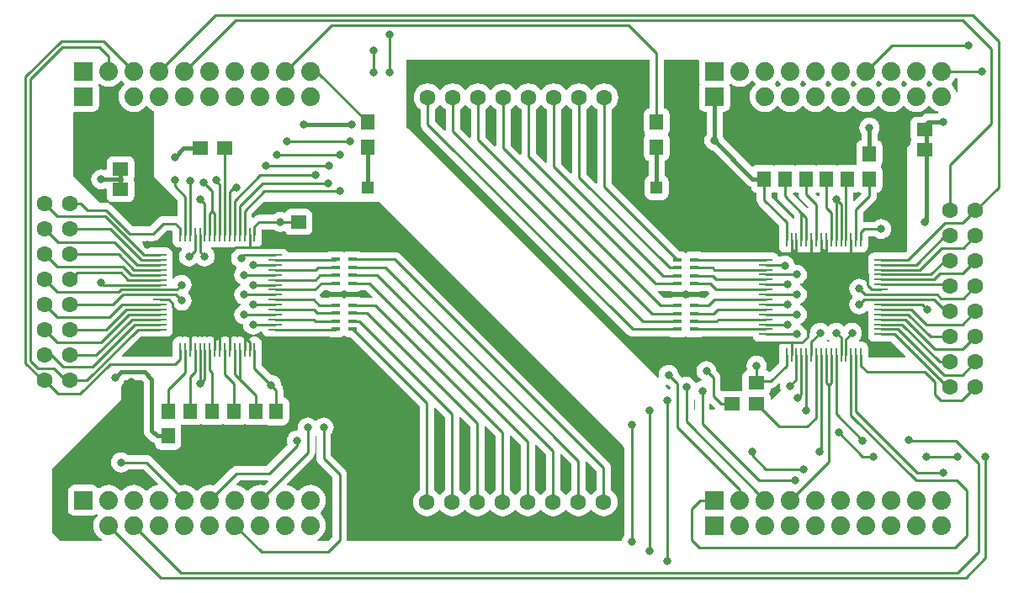
<source format=gtl>
G04 Layer_Physical_Order=1*
G04 Layer_Color=255*
%FSLAX44Y44*%
%MOMM*%
G71*
G01*
G75*
%ADD10R,1.4000X1.6000*%
%ADD11R,1.6000X1.4000*%
%ADD12R,1.4000X0.2500*%
%ADD13R,0.2500X1.4000*%
%ADD14R,0.9000X0.4500*%
%ADD15R,1.2192X1.2192*%
%ADD16C,0.4000*%
%ADD17C,0.2500*%
%ADD18C,0.2540*%
%ADD19R,1.8796X1.8796*%
%ADD20C,1.8796*%
%ADD21C,1.6000*%
%ADD22C,0.8000*%
G36*
X656706Y204952D02*
X658688Y202971D01*
Y200972D01*
X657514Y200486D01*
X653916Y204084D01*
X654240Y204888D01*
X654561Y205235D01*
X656706Y204952D01*
D02*
G37*
G36*
X818135Y250671D02*
X818368Y250368D01*
X819034Y249857D01*
X818704Y248509D01*
X818000Y248369D01*
X816750Y248618D01*
X816437D01*
X816058Y249736D01*
X816573Y250323D01*
X816632Y250368D01*
X816765Y250541D01*
X816880Y250671D01*
X818135D01*
D02*
G37*
G36*
X703888Y181770D02*
X703362Y180500D01*
X698313D01*
Y185687D01*
X699486Y186173D01*
X703888Y181770D01*
D02*
G37*
G36*
X769183Y206045D02*
X768914Y204000D01*
X769257Y201390D01*
X770028Y199528D01*
X760791Y190291D01*
X759617Y190777D01*
Y193000D01*
X759152Y195341D01*
X758378Y196500D01*
X759152Y197659D01*
X759617Y200000D01*
Y200553D01*
X760000Y201687D01*
X761893Y201937D01*
X763656Y202667D01*
X765171Y203829D01*
X767980Y206639D01*
X769183Y206045D01*
D02*
G37*
G36*
X676159Y299098D02*
X678500Y298633D01*
X687500D01*
X689841Y299098D01*
X690723Y299688D01*
X695971D01*
X697920Y297738D01*
X697831Y296205D01*
X697760Y296102D01*
X693971Y292313D01*
X690723D01*
X689841Y292902D01*
X687500Y293368D01*
X678500D01*
X676159Y292902D01*
X674500Y291793D01*
X672841Y292902D01*
X670500Y293368D01*
X661500D01*
X659159Y292902D01*
X658277Y292313D01*
X652029D01*
X645827Y298514D01*
X646313Y299688D01*
X658277D01*
X659159Y299098D01*
X661500Y298633D01*
X670500D01*
X672841Y299098D01*
X674500Y300207D01*
X676159Y299098D01*
D02*
G37*
G36*
X764659Y398848D02*
X766687Y398445D01*
Y395000D01*
X766687Y395000D01*
X766936Y393107D01*
X767667Y391344D01*
X768829Y389829D01*
X783187Y375471D01*
Y372205D01*
X781917Y371952D01*
X781833Y372156D01*
X780671Y373671D01*
X780671Y373671D01*
X760312Y394029D01*
Y398445D01*
X762341Y398848D01*
X763500Y399622D01*
X764659Y398848D01*
D02*
G37*
G36*
X785659D02*
X787687Y398445D01*
Y397000D01*
X787687Y397000D01*
X787936Y395107D01*
X788667Y393344D01*
X789829Y391829D01*
X797681Y383978D01*
X797609Y383528D01*
X796254Y383087D01*
X795671Y383671D01*
X795671Y383671D01*
X782046Y397296D01*
X782464Y398674D01*
X783341Y398848D01*
X784500Y399622D01*
X785659Y398848D01*
D02*
G37*
G36*
X332459Y299398D02*
X334800Y298932D01*
X343800D01*
X346141Y299398D01*
X347023Y299988D01*
X352671D01*
X358873Y293786D01*
X358387Y292613D01*
X347023D01*
X346141Y293202D01*
X343800Y293668D01*
X334800D01*
X332459Y293202D01*
X330800Y292093D01*
X329141Y293202D01*
X326800Y293668D01*
X317800D01*
X315459Y293202D01*
X314577Y292613D01*
X308329D01*
X305930Y295011D01*
X305971Y295629D01*
X310329Y299988D01*
X314577D01*
X315459Y299398D01*
X317800Y298932D01*
X326800D01*
X329141Y299398D01*
X330800Y300507D01*
X332459Y299398D01*
D02*
G37*
G36*
X612687Y142313D02*
Y53897D01*
X611265Y52043D01*
X610257Y49611D01*
X610045Y48000D01*
X334144D01*
X333307Y48955D01*
X333312Y49000D01*
Y115000D01*
X333313Y115000D01*
X333063Y116893D01*
X332333Y118656D01*
X331171Y120171D01*
X331171Y120171D01*
X317313Y134029D01*
Y155103D01*
X318735Y156957D01*
X319743Y159389D01*
X320086Y162000D01*
X319743Y164611D01*
X318735Y167043D01*
X317132Y169132D01*
X315043Y170735D01*
X312610Y171743D01*
X310000Y172086D01*
X307390Y171743D01*
X304957Y170735D01*
X302868Y169132D01*
X302635Y168829D01*
X301365D01*
X301132Y169132D01*
X299043Y170735D01*
X296611Y171743D01*
X294000Y172086D01*
X291390Y171743D01*
X288957Y170735D01*
X286868Y169132D01*
X285265Y167043D01*
X284257Y164611D01*
X283914Y162000D01*
X284149Y160216D01*
X283084Y159075D01*
X283000Y159086D01*
X280389Y158743D01*
X277957Y157735D01*
X275868Y156132D01*
X274265Y154043D01*
X273257Y151610D01*
X272914Y149000D01*
X273257Y146390D01*
X273782Y145123D01*
X251971Y123313D01*
X222300D01*
X220407Y123063D01*
X218644Y122333D01*
X217129Y121171D01*
X217129Y121171D01*
X199611Y103653D01*
X198218Y104075D01*
X195200Y104373D01*
X192181Y104075D01*
X189279Y103195D01*
X186604Y101765D01*
X184259Y99841D01*
X183135Y98471D01*
X181865D01*
X180741Y99841D01*
X178396Y101765D01*
X175721Y103195D01*
X172819Y104075D01*
X169800Y104373D01*
X166782Y104075D01*
X165389Y103653D01*
X136871Y132171D01*
X135356Y133333D01*
X133593Y134063D01*
X131700Y134313D01*
X131700Y134312D01*
X112897D01*
X111043Y135735D01*
X108610Y136743D01*
X106000Y137086D01*
X103390Y136743D01*
X100957Y135735D01*
X98868Y134132D01*
X97265Y132043D01*
X96257Y129611D01*
X95914Y127000D01*
X96257Y124389D01*
X97265Y121957D01*
X98868Y119868D01*
X100957Y118265D01*
X103390Y117257D01*
X106000Y116914D01*
X108610Y117257D01*
X111043Y118265D01*
X112897Y119688D01*
X128671D01*
X142973Y105386D01*
X142545Y104190D01*
X141382Y104075D01*
X138479Y103195D01*
X135804Y101765D01*
X133459Y99841D01*
X132335Y98471D01*
X131065D01*
X129941Y99841D01*
X127596Y101765D01*
X124921Y103195D01*
X122018Y104075D01*
X119000Y104373D01*
X115982Y104075D01*
X113079Y103195D01*
X110404Y101765D01*
X108059Y99841D01*
X106935Y98471D01*
X105665D01*
X104541Y99841D01*
X102196Y101765D01*
X99521Y103195D01*
X96618Y104075D01*
X93600Y104373D01*
X90582Y104075D01*
X87679Y103195D01*
X85004Y101765D01*
X84332Y101213D01*
X82676Y101498D01*
X81924Y102624D01*
X79939Y103950D01*
X77598Y104416D01*
X58802D01*
X56461Y103950D01*
X54476Y102624D01*
X53150Y100639D01*
X52684Y98298D01*
Y79502D01*
X53150Y77161D01*
X54476Y75176D01*
X56461Y73850D01*
X58802Y73384D01*
X77598D01*
X79939Y73850D01*
X81251Y74727D01*
X82114Y73776D01*
X80735Y72096D01*
X79305Y69421D01*
X78425Y66519D01*
X78127Y63500D01*
X78425Y60482D01*
X79305Y57579D01*
X80735Y54904D01*
X82659Y52559D01*
X85004Y50635D01*
X86547Y49810D01*
X87044Y48142D01*
X86966Y48000D01*
X45000D01*
X37000Y56000D01*
Y121000D01*
X106000Y190000D01*
Y203999D01*
X107132Y204868D01*
X108735Y206957D01*
X109743Y209389D01*
X109814Y209931D01*
X126658D01*
X128931Y207658D01*
Y159000D01*
X129206Y156912D01*
X130012Y154965D01*
X131294Y153294D01*
X136494Y148094D01*
X138166Y146812D01*
X140098Y146012D01*
Y145800D01*
X140563Y143459D01*
X141889Y141474D01*
X143874Y140148D01*
X146215Y139683D01*
X160215D01*
X162556Y140148D01*
X164541Y141474D01*
X165867Y143459D01*
X166332Y145800D01*
Y161800D01*
X165924Y163852D01*
X166481Y164658D01*
X166845Y164963D01*
X168258Y164683D01*
X182257D01*
X184599Y165148D01*
X186279Y166271D01*
X187959Y165148D01*
X190300Y164683D01*
X204300D01*
X206641Y165148D01*
X208321Y166271D01*
X210001Y165148D01*
X212342Y164683D01*
X226343D01*
X228684Y165148D01*
X230364Y166271D01*
X232044Y165148D01*
X234385Y164683D01*
X248385D01*
X250726Y165148D01*
X251468Y165644D01*
X252659Y164848D01*
X255000Y164382D01*
X269000D01*
X271341Y164848D01*
X273326Y166174D01*
X274652Y168159D01*
X275117Y170500D01*
Y186500D01*
X274652Y188841D01*
X273326Y190826D01*
X271341Y192152D01*
X269312Y192555D01*
Y200000D01*
X269063Y201893D01*
X268333Y203656D01*
X267171Y205171D01*
X267171Y205171D01*
X267048Y205294D01*
X266743Y207610D01*
X265735Y210043D01*
X264132Y212132D01*
X262043Y213735D01*
X259611Y214743D01*
X257294Y215048D01*
X247612Y224729D01*
Y233024D01*
X247667Y233300D01*
Y247300D01*
X247202Y249641D01*
X245876Y251626D01*
X243891Y252952D01*
X241550Y253418D01*
X239050D01*
X236709Y252952D01*
X234724Y251626D01*
X233474Y249755D01*
X232800Y249695D01*
X232126Y249755D01*
X230876Y251626D01*
X228891Y252952D01*
X226550Y253418D01*
X224050D01*
X222800Y253169D01*
X221550Y253418D01*
X219050D01*
X216709Y252952D01*
X215300Y252010D01*
X213891Y252952D01*
X211550Y253418D01*
X209050D01*
X206709Y252952D01*
X204724Y251626D01*
X203474Y249755D01*
X202800Y249695D01*
X202126Y249755D01*
X200876Y251626D01*
X198891Y252952D01*
X196550Y253418D01*
X194050D01*
X192800Y253169D01*
X191550Y253418D01*
X189050D01*
X187800Y253169D01*
X186550Y253418D01*
X184050D01*
X182800Y253169D01*
X181550Y253418D01*
X179050D01*
X176709Y252952D01*
X175300Y252010D01*
X173891Y252952D01*
X171550Y253418D01*
X169050D01*
X167800Y253169D01*
X166550Y253418D01*
X164050D01*
X161709Y252952D01*
X159724Y251626D01*
X158398Y249641D01*
X157933Y247300D01*
Y233835D01*
X157410Y233312D01*
X107379D01*
X106853Y234583D01*
X125758Y253487D01*
X137524D01*
X137800Y253433D01*
X151800D01*
X154141Y253898D01*
X156126Y255224D01*
X157452Y257209D01*
X157918Y259550D01*
Y262050D01*
X157669Y263300D01*
X157918Y264550D01*
Y267050D01*
X157669Y268300D01*
X157918Y269550D01*
Y272050D01*
X157669Y273300D01*
X157918Y274550D01*
Y277050D01*
X157669Y278300D01*
X157918Y279550D01*
Y282050D01*
X157909Y282094D01*
X158191Y282506D01*
X159573Y282658D01*
X159781Y282581D01*
X161757Y281065D01*
X164189Y280057D01*
X166800Y279714D01*
X169410Y280057D01*
X171843Y281065D01*
X173932Y282668D01*
X175535Y284757D01*
X176542Y287189D01*
X176886Y289800D01*
X176542Y292410D01*
X175535Y294843D01*
X173932Y296932D01*
X173628Y297165D01*
Y298435D01*
X173932Y298668D01*
X175535Y300757D01*
X176542Y303189D01*
X176886Y305800D01*
X176542Y308410D01*
X175535Y310843D01*
X173932Y312932D01*
X171843Y314535D01*
X169410Y315543D01*
X166800Y315886D01*
X164189Y315543D01*
X161757Y314535D01*
X159668Y312932D01*
X159157Y312266D01*
X157809Y312596D01*
X157669Y313300D01*
X157918Y314550D01*
Y317050D01*
X157669Y318300D01*
X157918Y319550D01*
Y322050D01*
X157669Y323300D01*
X157918Y324550D01*
Y327050D01*
X157669Y328300D01*
X157918Y329550D01*
Y332050D01*
X157669Y333300D01*
X157918Y334550D01*
Y337050D01*
X157452Y339391D01*
X156126Y341376D01*
X154141Y342702D01*
X151800Y343167D01*
X137800D01*
X137524Y343112D01*
X132158D01*
X126756Y348514D01*
X127242Y349688D01*
X138000D01*
X138000Y349687D01*
X139893Y349937D01*
X141656Y350667D01*
X143171Y351829D01*
X151655Y360313D01*
X157346D01*
X157933Y359726D01*
Y349300D01*
X158398Y346959D01*
X159724Y344974D01*
X161709Y343648D01*
X164050Y343182D01*
X166550D01*
X166594Y343191D01*
X167006Y342909D01*
X167158Y341526D01*
X167082Y341320D01*
X165565Y339343D01*
X164557Y336911D01*
X164214Y334300D01*
X164557Y331689D01*
X165565Y329257D01*
X167168Y327168D01*
X169257Y325565D01*
X171689Y324557D01*
X174300Y324214D01*
X176910Y324557D01*
X179343Y325565D01*
X181432Y327168D01*
X181665Y327472D01*
X182935D01*
X183168Y327168D01*
X185257Y325565D01*
X187689Y324557D01*
X190300Y324214D01*
X192910Y324557D01*
X195343Y325565D01*
X197432Y327168D01*
X199035Y329257D01*
X200043Y331689D01*
X200386Y334300D01*
X200043Y336911D01*
X199035Y339343D01*
X197432Y341432D01*
X196766Y341943D01*
X197096Y343291D01*
X197800Y343431D01*
X199050Y343182D01*
X201550D01*
X202800Y343431D01*
X204050Y343182D01*
X206550D01*
X207800Y343431D01*
X209050Y343182D01*
X211550D01*
X212800Y343431D01*
X214050Y343182D01*
X216550D01*
X217800Y343431D01*
X219050Y343182D01*
X221550D01*
X221689Y343210D01*
X221974Y342999D01*
X221798Y341552D01*
X221757Y341535D01*
X219668Y339932D01*
X218065Y337843D01*
X217057Y335410D01*
X216714Y332800D01*
X217057Y330189D01*
X218065Y327757D01*
X219668Y325668D01*
X221757Y324065D01*
X222064Y323938D01*
X222307Y322462D01*
X221065Y320843D01*
X220058Y318410D01*
X219714Y315800D01*
X220058Y313189D01*
X221065Y310757D01*
X222668Y308668D01*
X224757Y307065D01*
X226152Y306487D01*
Y305113D01*
X224757Y304535D01*
X222668Y302932D01*
X221065Y300843D01*
X220058Y298410D01*
X219714Y295800D01*
X220058Y293189D01*
X221065Y290757D01*
X222668Y288668D01*
X224757Y287065D01*
X226152Y286487D01*
Y285113D01*
X224757Y284535D01*
X222668Y282932D01*
X221065Y280843D01*
X220058Y278410D01*
X219714Y275800D01*
X220058Y273190D01*
X221065Y270757D01*
X222668Y268668D01*
X224757Y267065D01*
X227190Y266057D01*
X228721Y265856D01*
X228714Y265800D01*
X229058Y263190D01*
X230065Y260757D01*
X231668Y258668D01*
X233757Y257065D01*
X236189Y256057D01*
X238800Y255714D01*
X241411Y256057D01*
X243843Y257065D01*
X245697Y258487D01*
X247894D01*
X248148Y257209D01*
X249474Y255224D01*
X251459Y253898D01*
X253800Y253433D01*
X267800D01*
X268076Y253487D01*
X315325D01*
X315459Y253398D01*
X317800Y252932D01*
X326800D01*
X329141Y253398D01*
X330800Y254507D01*
X332459Y253398D01*
X334800Y252932D01*
X337326D01*
X406488Y183771D01*
Y99036D01*
X403815Y96985D01*
X401571Y94060D01*
X400160Y90655D01*
X399679Y87000D01*
X400160Y83345D01*
X401571Y79940D01*
X403815Y77015D01*
X406740Y74771D01*
X410145Y73360D01*
X413800Y72879D01*
X417455Y73360D01*
X420860Y74771D01*
X423785Y77015D01*
X425748Y79573D01*
X426091Y79676D01*
X426909D01*
X427252Y79573D01*
X429215Y77015D01*
X432140Y74771D01*
X435545Y73360D01*
X439200Y72879D01*
X442855Y73360D01*
X446260Y74771D01*
X449185Y77015D01*
X451148Y79573D01*
X451491Y79676D01*
X452309D01*
X452652Y79573D01*
X454615Y77015D01*
X457540Y74771D01*
X460945Y73360D01*
X464600Y72879D01*
X468255Y73360D01*
X471660Y74771D01*
X474585Y77015D01*
X476548Y79573D01*
X476891Y79676D01*
X477709D01*
X478052Y79573D01*
X480015Y77015D01*
X482940Y74771D01*
X486345Y73360D01*
X490000Y72879D01*
X493655Y73360D01*
X497060Y74771D01*
X499985Y77015D01*
X501948Y79573D01*
X502291Y79676D01*
X503109D01*
X503452Y79573D01*
X505415Y77015D01*
X508340Y74771D01*
X511745Y73360D01*
X515400Y72879D01*
X519055Y73360D01*
X522460Y74771D01*
X525385Y77015D01*
X527348Y79573D01*
X527691Y79676D01*
X528509D01*
X528852Y79573D01*
X530815Y77015D01*
X533740Y74771D01*
X537145Y73360D01*
X540800Y72879D01*
X544455Y73360D01*
X547860Y74771D01*
X550785Y77015D01*
X552748Y79573D01*
X553091Y79676D01*
X553909D01*
X554252Y79573D01*
X556215Y77015D01*
X559140Y74771D01*
X562545Y73360D01*
X566200Y72879D01*
X569855Y73360D01*
X573260Y74771D01*
X576185Y77015D01*
X578148Y79573D01*
X578491Y79676D01*
X579309D01*
X579652Y79573D01*
X581615Y77015D01*
X584540Y74771D01*
X587945Y73360D01*
X591600Y72879D01*
X595255Y73360D01*
X598660Y74771D01*
X601585Y77015D01*
X603829Y79940D01*
X605240Y83345D01*
X605721Y87000D01*
X605240Y90655D01*
X603829Y94060D01*
X601585Y96985D01*
X598913Y99036D01*
Y121400D01*
X598913Y121400D01*
X598663Y123293D01*
X597933Y125056D01*
X596771Y126571D01*
X596771Y126571D01*
X386871Y336471D01*
X385356Y337633D01*
X383593Y338363D01*
X381700Y338613D01*
X381700Y338613D01*
X347023D01*
X346141Y339202D01*
X343800Y339668D01*
X334800D01*
X332459Y339202D01*
X330800Y338093D01*
X329141Y339202D01*
X326800Y339668D01*
X317800D01*
X315459Y339202D01*
X313829Y338112D01*
X273706D01*
X273452Y339391D01*
X272126Y341376D01*
X270141Y342702D01*
X267800Y343167D01*
X253800D01*
X253523Y343112D01*
X245375D01*
X244990Y344382D01*
X245876Y344974D01*
X247202Y346959D01*
X247667Y349300D01*
Y361326D01*
X248029Y361688D01*
X259103D01*
X260957Y360265D01*
X263389Y359257D01*
X266000Y358914D01*
X268610Y359257D01*
X270294Y359955D01*
X270848Y359659D01*
X272174Y357674D01*
X274159Y356348D01*
X276500Y355882D01*
X292500D01*
X294841Y356348D01*
X296826Y357674D01*
X298152Y359659D01*
X298617Y362000D01*
Y376000D01*
X298152Y378341D01*
X296826Y380326D01*
X294841Y381652D01*
X292500Y382118D01*
X276500D01*
X274159Y381652D01*
X272174Y380326D01*
X270848Y378341D01*
X270294Y378045D01*
X268610Y378743D01*
X266000Y379086D01*
X263389Y378743D01*
X260957Y377735D01*
X259103Y376312D01*
X245000D01*
X245000Y376313D01*
X243107Y376063D01*
X241344Y375333D01*
X239829Y374171D01*
X239829Y374171D01*
X238786Y373127D01*
X237612Y373613D01*
Y377271D01*
X249342Y389000D01*
X366000D01*
X612687Y142313D01*
D02*
G37*
G36*
X683688Y191045D02*
Y180500D01*
X682312D01*
Y190468D01*
X683583Y191120D01*
X683688Y191045D01*
D02*
G37*
G36*
X457287Y163371D02*
Y99036D01*
X454615Y96985D01*
X452652Y94426D01*
X452309Y94324D01*
X451491D01*
X451148Y94426D01*
X449185Y96985D01*
X446512Y99036D01*
Y172487D01*
X447686Y172973D01*
X457287Y163371D01*
D02*
G37*
G36*
X482687Y153971D02*
Y99036D01*
X480015Y96985D01*
X478052Y94426D01*
X477709Y94324D01*
X476891D01*
X476548Y94426D01*
X474585Y96985D01*
X471912Y99036D01*
Y163087D01*
X473086Y163573D01*
X482687Y153971D01*
D02*
G37*
G36*
X302687Y153525D02*
Y131000D01*
X302687Y131000D01*
X302937Y129107D01*
X303667Y127344D01*
X304829Y125829D01*
X318687Y111971D01*
Y52029D01*
X314659Y48000D01*
X303434D01*
X303356Y48142D01*
X303853Y49810D01*
X305396Y50635D01*
X307741Y52559D01*
X309665Y54904D01*
X311095Y57579D01*
X311975Y60482D01*
X312272Y63500D01*
X311975Y66519D01*
X311095Y69421D01*
X309665Y72096D01*
X307741Y74441D01*
X306371Y75565D01*
Y76835D01*
X307741Y77959D01*
X309665Y80304D01*
X311095Y82979D01*
X311975Y85882D01*
X312272Y88900D01*
X311975Y91918D01*
X311095Y94821D01*
X309665Y97496D01*
X307741Y99841D01*
X305396Y101765D01*
X302721Y103195D01*
X299818Y104075D01*
X296800Y104373D01*
X293782Y104075D01*
X290879Y103195D01*
X288204Y101765D01*
X285859Y99841D01*
X284735Y98471D01*
X283465D01*
X282341Y99841D01*
X279996Y101765D01*
X277321Y103195D01*
X274419Y104075D01*
X273255Y104190D01*
X272827Y105386D01*
X299171Y131729D01*
X299171Y131729D01*
X300333Y133244D01*
X301063Y135007D01*
X301313Y136900D01*
X301313Y136900D01*
Y153525D01*
X302000Y153922D01*
X302687Y153525D01*
D02*
G37*
G36*
X431888Y172771D02*
Y99036D01*
X429215Y96985D01*
X427252Y94426D01*
X426909Y94324D01*
X426091D01*
X425748Y94426D01*
X423785Y96985D01*
X421113Y99036D01*
Y181887D01*
X422286Y182373D01*
X431888Y172771D01*
D02*
G37*
G36*
X508088Y144571D02*
Y99036D01*
X505415Y96985D01*
X503452Y94426D01*
X503109Y94324D01*
X502291D01*
X501948Y94426D01*
X499985Y96985D01*
X497313Y99036D01*
Y153687D01*
X498486Y154173D01*
X508088Y144571D01*
D02*
G37*
G36*
X584287Y118371D02*
Y99036D01*
X581615Y96985D01*
X579652Y94426D01*
X579309Y94324D01*
X578491D01*
X578148Y94426D01*
X576185Y96985D01*
X573512Y99036D01*
Y127350D01*
X574782Y127876D01*
X584287Y118371D01*
D02*
G37*
G36*
X254176Y107417D02*
X250411Y103653D01*
X249018Y104075D01*
X246000Y104373D01*
X242981Y104075D01*
X240079Y103195D01*
X237404Y101765D01*
X235059Y99841D01*
X233935Y98471D01*
X232665D01*
X231541Y99841D01*
X229196Y101765D01*
X226521Y103195D01*
X223619Y104075D01*
X222455Y104190D01*
X222027Y105386D01*
X225329Y108687D01*
X253650D01*
X254176Y107417D01*
D02*
G37*
G36*
X533488Y135171D02*
Y99036D01*
X530815Y96985D01*
X528852Y94426D01*
X528509Y94324D01*
X527691D01*
X527348Y94426D01*
X525385Y96985D01*
X522713Y99036D01*
Y144287D01*
X523886Y144773D01*
X533488Y135171D01*
D02*
G37*
G36*
X558887Y125771D02*
Y99036D01*
X556215Y96985D01*
X554252Y94426D01*
X553909Y94324D01*
X553091D01*
X552748Y94426D01*
X550785Y96985D01*
X548112Y99036D01*
Y134887D01*
X549286Y135373D01*
X558887Y125771D01*
D02*
G37*
G36*
X849659Y398848D02*
X850536Y398674D01*
X850954Y397296D01*
X843986Y390327D01*
X842812Y390813D01*
Y398382D01*
X844000D01*
X846341Y398848D01*
X848000Y399957D01*
X849659Y398848D01*
D02*
G37*
G36*
X793859Y509759D02*
X795229Y508635D01*
Y507365D01*
X793859Y506241D01*
X792735Y504871D01*
X791465D01*
X790341Y506241D01*
X788971Y507365D01*
Y508635D01*
X790341Y509759D01*
X791465Y511129D01*
X792735D01*
X793859Y509759D01*
D02*
G37*
G36*
X819259D02*
X820629Y508635D01*
Y507365D01*
X819259Y506241D01*
X818135Y504871D01*
X816865D01*
X815741Y506241D01*
X814371Y507365D01*
Y508635D01*
X815741Y509759D01*
X816865Y511129D01*
X818135D01*
X819259Y509759D01*
D02*
G37*
G36*
X948000Y499315D02*
X946730Y499127D01*
X946095Y501221D01*
X944665Y503896D01*
X942741Y506241D01*
X941371Y507365D01*
Y508635D01*
X942741Y509759D01*
X944665Y512104D01*
X945351Y513387D01*
X948000D01*
Y499315D01*
D02*
G37*
G36*
X768459Y509759D02*
X769829Y508635D01*
Y507365D01*
X768459Y506241D01*
X767335Y504871D01*
X766065D01*
X764941Y506241D01*
X763571Y507365D01*
Y508635D01*
X764941Y509759D01*
X766065Y511129D01*
X767335D01*
X768459Y509759D01*
D02*
G37*
G36*
X844659D02*
X846029Y508635D01*
Y507365D01*
X844659Y506241D01*
X843535Y504871D01*
X842265D01*
X841141Y506241D01*
X839771Y507365D01*
Y508635D01*
X841141Y509759D01*
X842265Y511129D01*
X843535D01*
X844659Y509759D01*
D02*
G37*
G36*
X920859D02*
X922229Y508635D01*
Y507365D01*
X920859Y506241D01*
X919735Y504871D01*
X918465D01*
X917341Y506241D01*
X915971Y507365D01*
Y508635D01*
X917341Y509759D01*
X918465Y511129D01*
X919735D01*
X920859Y509759D01*
D02*
G37*
G36*
X108059D02*
X109429Y508635D01*
Y507365D01*
X108059Y506241D01*
X106135Y503896D01*
X104705Y501221D01*
X103825Y498318D01*
X103527Y495300D01*
X103825Y492281D01*
X104705Y489379D01*
X106135Y486704D01*
X108059Y484359D01*
X110404Y482435D01*
X113079Y481005D01*
X115982Y480125D01*
X119000Y479827D01*
X122018Y480125D01*
X124921Y481005D01*
X127596Y482435D01*
X129941Y484359D01*
X131065Y485729D01*
X132335D01*
X133459Y484359D01*
X135804Y482435D01*
X138479Y481005D01*
X139000Y480847D01*
Y415000D01*
X162987Y391012D01*
Y375628D01*
X162717Y375366D01*
X161717Y374761D01*
X160374Y374938D01*
X160374Y374938D01*
X148626D01*
X148626Y374938D01*
X146733Y374689D01*
X144969Y373958D01*
X143455Y372796D01*
X143455Y372796D01*
X134971Y364313D01*
X118029D01*
X96171Y386171D01*
X94656Y387333D01*
X92893Y388063D01*
X91000Y388313D01*
X91000Y388312D01*
X84688D01*
X58000Y415000D01*
Y479126D01*
X58802Y479785D01*
X77598D01*
X79939Y480250D01*
X81924Y481576D01*
X83250Y483561D01*
X83715Y485902D01*
Y504698D01*
X83274Y506917D01*
X83284Y507104D01*
X83484Y507483D01*
X84985Y507831D01*
X85055Y507808D01*
X87679Y506405D01*
X90582Y505525D01*
X93600Y505228D01*
X96618Y505525D01*
X99521Y506405D01*
X102196Y507835D01*
X104541Y509759D01*
X105665Y511129D01*
X106935D01*
X108059Y509759D01*
D02*
G37*
G36*
X870059D02*
X871429Y508635D01*
Y507365D01*
X870059Y506241D01*
X868935Y504871D01*
X867665D01*
X866541Y506241D01*
X865171Y507365D01*
Y508635D01*
X866541Y509759D01*
X867665Y511129D01*
X868935D01*
X870059Y509759D01*
D02*
G37*
G36*
X895459D02*
X896829Y508635D01*
Y507365D01*
X895459Y506241D01*
X894335Y504871D01*
X893065D01*
X891941Y506241D01*
X890571Y507365D01*
Y508635D01*
X891941Y509759D01*
X893065Y511129D01*
X894335D01*
X895459Y509759D01*
D02*
G37*
G36*
X427952Y486874D02*
X429915Y484315D01*
X432588Y482265D01*
Y461550D01*
X431317Y461024D01*
X421813Y470529D01*
Y482265D01*
X424485Y484315D01*
X426448Y486874D01*
X426791Y486976D01*
X427609D01*
X427952Y486874D01*
D02*
G37*
G36*
X554952D02*
X556915Y484315D01*
X559588Y482265D01*
Y418413D01*
X558414Y417927D01*
X548812Y427529D01*
Y482265D01*
X551485Y484315D01*
X553448Y486874D01*
X553791Y486976D01*
X554609D01*
X554952Y486874D01*
D02*
G37*
G36*
X687868Y531018D02*
X687684Y530098D01*
Y511302D01*
X688150Y508961D01*
X688792Y508000D01*
X688150Y507039D01*
X687684Y504698D01*
Y485902D01*
X688150Y483561D01*
X689476Y481576D01*
X691461Y480250D01*
X693802Y479785D01*
X695131D01*
Y457172D01*
X694265Y456043D01*
X693257Y453610D01*
X692914Y451000D01*
X693257Y448390D01*
X694265Y445957D01*
X695868Y443868D01*
X697957Y442265D01*
X700389Y441257D01*
X701474Y441115D01*
X735794Y406794D01*
X737466Y405512D01*
X739412Y404706D01*
X739883Y404644D01*
Y404500D01*
X740348Y402159D01*
X741674Y400174D01*
X743659Y398848D01*
X745687Y398445D01*
Y391000D01*
X745687Y391000D01*
X745937Y389107D01*
X746667Y387344D01*
X747829Y385829D01*
X768187Y365471D01*
Y358776D01*
X768132Y358500D01*
Y344500D01*
X768598Y342159D01*
X769924Y340174D01*
X771909Y338848D01*
X774250Y338382D01*
X776750D01*
X779091Y338848D01*
X781076Y340174D01*
X782326Y342045D01*
X783000Y342105D01*
X783674Y342045D01*
X784924Y340174D01*
X786909Y338848D01*
X789250Y338382D01*
X791750D01*
X793000Y338631D01*
X794250Y338382D01*
X796750D01*
X799091Y338848D01*
X800500Y339790D01*
X801909Y338848D01*
X804250Y338382D01*
X806750D01*
X809091Y338848D01*
X811076Y340174D01*
X812326Y342045D01*
X813000Y342105D01*
X813674Y342045D01*
X814924Y340174D01*
X816909Y338848D01*
X819250Y338382D01*
X821750D01*
X823000Y338631D01*
X824250Y338382D01*
X826750D01*
X828000Y338631D01*
X829250Y338382D01*
X831750D01*
X833000Y338631D01*
X834250Y338382D01*
X836750D01*
X839091Y338848D01*
X840500Y339790D01*
X841909Y338848D01*
X844250Y338382D01*
X846750D01*
X848000Y338631D01*
X849250Y338382D01*
X851750D01*
X854091Y338848D01*
X856076Y340174D01*
X857402Y342159D01*
X857867Y344500D01*
Y354688D01*
X864103D01*
X865957Y353265D01*
X868390Y352257D01*
X871000Y351914D01*
X873611Y352257D01*
X876043Y353265D01*
X878132Y354868D01*
X879735Y356957D01*
X880743Y359389D01*
X881086Y362000D01*
X880743Y364610D01*
X879735Y367043D01*
X878132Y369132D01*
X876043Y370735D01*
X873611Y371743D01*
X871000Y372086D01*
X868390Y371743D01*
X865957Y370735D01*
X864103Y369313D01*
X854000D01*
X854000Y369313D01*
X853767Y369282D01*
X852812Y370119D01*
Y378471D01*
X864171Y389829D01*
X864171Y389829D01*
X865333Y391344D01*
X866063Y393107D01*
X866312Y395000D01*
Y398445D01*
X868341Y398848D01*
X870326Y400174D01*
X871652Y402159D01*
X872117Y404500D01*
Y420500D01*
X871652Y422841D01*
X870870Y424011D01*
X870407Y425000D01*
X870870Y425989D01*
X871652Y427159D01*
X872117Y429500D01*
Y445500D01*
X871652Y447841D01*
X870326Y449826D01*
X868341Y451152D01*
X867069Y451405D01*
Y458089D01*
X867735Y458957D01*
X868743Y461390D01*
X869086Y464000D01*
X868743Y466610D01*
X867735Y469043D01*
X866132Y471132D01*
X864043Y472735D01*
X861610Y473743D01*
X859000Y474086D01*
X856389Y473743D01*
X853957Y472735D01*
X851868Y471132D01*
X850265Y469043D01*
X849257Y466610D01*
X848914Y464000D01*
X849257Y461390D01*
X850265Y458957D01*
X850931Y458089D01*
Y451405D01*
X849659Y451152D01*
X847674Y449826D01*
X846348Y447841D01*
X845882Y445500D01*
Y429500D01*
X846289Y427457D01*
X845722Y426642D01*
X845364Y426346D01*
X844000Y426618D01*
X830000D01*
X827659Y426152D01*
X826500Y425378D01*
X825341Y426152D01*
X823000Y426618D01*
X809000D01*
X806659Y426152D01*
X805500Y425378D01*
X804341Y426152D01*
X802000Y426618D01*
X788000D01*
X785659Y426152D01*
X784500Y425378D01*
X783341Y426152D01*
X781000Y426618D01*
X767000D01*
X764659Y426152D01*
X763500Y425378D01*
X762341Y426152D01*
X760000Y426618D01*
X746000D01*
X743659Y426152D01*
X741674Y424826D01*
X740683Y424728D01*
X712885Y452526D01*
X712743Y453610D01*
X711735Y456043D01*
X711269Y456650D01*
Y479785D01*
X712598D01*
X714939Y480250D01*
X716924Y481576D01*
X718250Y483561D01*
X718716Y485902D01*
Y504698D01*
X718274Y506917D01*
X718284Y507104D01*
X718484Y507483D01*
X719985Y507831D01*
X720055Y507808D01*
X722679Y506405D01*
X725582Y505525D01*
X728600Y505228D01*
X731618Y505525D01*
X734521Y506405D01*
X737196Y507835D01*
X739541Y509759D01*
X740665Y511129D01*
X741935D01*
X743059Y509759D01*
X744429Y508635D01*
Y507365D01*
X743059Y506241D01*
X741135Y503896D01*
X739705Y501221D01*
X738825Y498318D01*
X738528Y495300D01*
X738825Y492281D01*
X739705Y489379D01*
X741135Y486704D01*
X743059Y484359D01*
X745404Y482435D01*
X748079Y481005D01*
X750982Y480125D01*
X754000Y479827D01*
X757019Y480125D01*
X759921Y481005D01*
X762596Y482435D01*
X764941Y484359D01*
X766065Y485729D01*
X767335D01*
X768459Y484359D01*
X770804Y482435D01*
X773479Y481005D01*
X776382Y480125D01*
X779400Y479827D01*
X782419Y480125D01*
X785321Y481005D01*
X787996Y482435D01*
X790341Y484359D01*
X791465Y485729D01*
X792735D01*
X793859Y484359D01*
X796204Y482435D01*
X798879Y481005D01*
X801781Y480125D01*
X804800Y479827D01*
X807819Y480125D01*
X810721Y481005D01*
X813396Y482435D01*
X815741Y484359D01*
X816865Y485729D01*
X818135D01*
X819259Y484359D01*
X821604Y482435D01*
X824279Y481005D01*
X827181Y480125D01*
X830200Y479827D01*
X833219Y480125D01*
X836121Y481005D01*
X838796Y482435D01*
X841141Y484359D01*
X842265Y485729D01*
X843535D01*
X844659Y484359D01*
X847004Y482435D01*
X849679Y481005D01*
X852581Y480125D01*
X855600Y479827D01*
X858618Y480125D01*
X861521Y481005D01*
X864196Y482435D01*
X866541Y484359D01*
X867665Y485729D01*
X868935D01*
X870059Y484359D01*
X872404Y482435D01*
X875079Y481005D01*
X877981Y480125D01*
X881000Y479827D01*
X884018Y480125D01*
X886921Y481005D01*
X889596Y482435D01*
X891941Y484359D01*
X893065Y485729D01*
X894335D01*
X895459Y484359D01*
X897804Y482435D01*
X900479Y481005D01*
X903382Y480125D01*
X906400Y479827D01*
X909418Y480125D01*
X912321Y481005D01*
X914996Y482435D01*
X917341Y484359D01*
X918465Y485729D01*
X919735D01*
X920859Y484359D01*
X923204Y482435D01*
X925879Y481005D01*
X928327Y480263D01*
X928393Y478916D01*
X927957Y478735D01*
X927089Y478069D01*
X918000D01*
X915912Y477794D01*
X913966Y476988D01*
X912294Y475706D01*
X911706Y475117D01*
X906500D01*
X904159Y474652D01*
X902174Y473326D01*
X900848Y471341D01*
X900383Y469000D01*
Y455000D01*
X900848Y452659D01*
X901288Y452000D01*
X900848Y451341D01*
X900383Y449000D01*
Y447383D01*
X897000Y444000D01*
Y340341D01*
X894971Y338312D01*
X878276D01*
X878000Y338367D01*
X864000D01*
X861659Y337902D01*
X859674Y336576D01*
X858348Y334591D01*
X857882Y332250D01*
Y329750D01*
X858131Y328500D01*
X857882Y327250D01*
Y324750D01*
X858131Y323500D01*
X857882Y322250D01*
Y319750D01*
X858131Y318500D01*
X857882Y317250D01*
Y314750D01*
X858131Y313500D01*
X857882Y312250D01*
Y309750D01*
X857891Y309706D01*
X857609Y309293D01*
X856227Y309142D01*
X856020Y309219D01*
X854043Y310735D01*
X851611Y311743D01*
X849000Y312086D01*
X846390Y311743D01*
X843957Y310735D01*
X841868Y309132D01*
X840265Y307043D01*
X839258Y304611D01*
X838914Y302000D01*
X839258Y299389D01*
X840265Y296957D01*
X841868Y294868D01*
X842171Y294635D01*
Y293365D01*
X841868Y293132D01*
X840265Y291043D01*
X839257Y288610D01*
X838914Y286000D01*
X839257Y283389D01*
X840265Y280957D01*
X841868Y278868D01*
X843957Y277265D01*
X846389Y276257D01*
X849000Y275914D01*
X851610Y276257D01*
X854043Y277265D01*
X856132Y278868D01*
X856643Y279534D01*
X857991Y279204D01*
X858131Y278500D01*
X857882Y277250D01*
Y274750D01*
X858131Y273500D01*
X857882Y272250D01*
Y269750D01*
X858131Y268500D01*
X857882Y267250D01*
Y264750D01*
X858131Y263500D01*
X857882Y262250D01*
Y259750D01*
X858131Y258500D01*
X857882Y257250D01*
Y254750D01*
X858348Y252409D01*
X859674Y250424D01*
X861659Y249098D01*
X864000Y248633D01*
X878000D01*
X878276Y248687D01*
X880971D01*
X895485Y234173D01*
X894999Y233000D01*
X857867D01*
Y242500D01*
X857402Y244841D01*
X856076Y246826D01*
X854091Y248152D01*
X851750Y248618D01*
X849250D01*
X849206Y248609D01*
X848793Y248891D01*
X848642Y250273D01*
X848718Y250480D01*
X850235Y252457D01*
X851243Y254889D01*
X851586Y257500D01*
X851243Y260110D01*
X850235Y262543D01*
X848632Y264632D01*
X846543Y266235D01*
X844110Y267243D01*
X841500Y267586D01*
X838889Y267243D01*
X836457Y266235D01*
X834368Y264632D01*
X834135Y264328D01*
X832865D01*
X832632Y264632D01*
X830543Y266235D01*
X828111Y267243D01*
X825500Y267586D01*
X822889Y267243D01*
X820457Y266235D01*
X818368Y264632D01*
X818135Y264328D01*
X816865D01*
X816632Y264632D01*
X814543Y266235D01*
X812111Y267243D01*
X809500Y267586D01*
X806889Y267243D01*
X804457Y266235D01*
X802368Y264632D01*
X800765Y262543D01*
X799757Y260110D01*
X799452Y257794D01*
X797170Y255511D01*
X796060Y256198D01*
X795742Y258611D01*
X794735Y261043D01*
X793132Y263132D01*
X791043Y264735D01*
X789648Y265313D01*
Y266687D01*
X791043Y267265D01*
X793132Y268868D01*
X794735Y270957D01*
X795742Y273389D01*
X796086Y276000D01*
X795742Y278610D01*
X794735Y281043D01*
X793132Y283132D01*
X791043Y284735D01*
X789648Y285313D01*
Y286687D01*
X791043Y287265D01*
X793132Y288868D01*
X794735Y290957D01*
X795742Y293389D01*
X796086Y296000D01*
X795742Y298610D01*
X794735Y301043D01*
X793132Y303132D01*
X791043Y304735D01*
X789648Y305313D01*
Y306687D01*
X791043Y307265D01*
X793132Y308868D01*
X794735Y310957D01*
X795742Y313389D01*
X796086Y316000D01*
X795742Y318610D01*
X794735Y321043D01*
X793132Y323132D01*
X791043Y324735D01*
X788610Y325742D01*
X786000Y326086D01*
X783978Y325820D01*
X783743Y327611D01*
X782735Y330043D01*
X781132Y332132D01*
X779043Y333735D01*
X776610Y334743D01*
X774000Y335086D01*
X771389Y334743D01*
X769105Y333796D01*
X768767Y333830D01*
X767696Y334368D01*
X767652Y334591D01*
X766326Y336576D01*
X764341Y337902D01*
X762000Y338367D01*
X748000D01*
X747724Y338312D01*
X690723D01*
X689841Y338902D01*
X687500Y339367D01*
X678500D01*
X676159Y338902D01*
X674500Y337793D01*
X672841Y338902D01*
X670500Y339367D01*
X667974D01*
X599613Y407729D01*
Y482265D01*
X602285Y484315D01*
X604529Y487240D01*
X605940Y490645D01*
X606421Y494300D01*
X605940Y497955D01*
X604529Y501361D01*
X602285Y504285D01*
X599360Y506529D01*
X595955Y507940D01*
X592300Y508421D01*
X588645Y507940D01*
X585240Y506529D01*
X582315Y504285D01*
X580352Y501727D01*
X580009Y501624D01*
X579191D01*
X578848Y501727D01*
X576885Y504285D01*
X573960Y506529D01*
X570555Y507940D01*
X566900Y508421D01*
X563245Y507940D01*
X559840Y506529D01*
X556915Y504285D01*
X554952Y501727D01*
X554609Y501624D01*
X553791D01*
X553448Y501727D01*
X551485Y504285D01*
X548560Y506529D01*
X545155Y507940D01*
X541500Y508421D01*
X537845Y507940D01*
X534440Y506529D01*
X531515Y504285D01*
X529552Y501727D01*
X529209Y501624D01*
X528391D01*
X528048Y501727D01*
X526085Y504285D01*
X523160Y506529D01*
X519755Y507940D01*
X516100Y508421D01*
X512445Y507940D01*
X509040Y506529D01*
X506115Y504285D01*
X504152Y501727D01*
X503809Y501624D01*
X502991D01*
X502648Y501727D01*
X500685Y504285D01*
X497760Y506529D01*
X494355Y507940D01*
X490700Y508421D01*
X487045Y507940D01*
X483640Y506529D01*
X480715Y504285D01*
X478752Y501727D01*
X478409Y501624D01*
X477591D01*
X477248Y501727D01*
X475285Y504285D01*
X472360Y506529D01*
X468955Y507940D01*
X465300Y508421D01*
X461645Y507940D01*
X458240Y506529D01*
X455315Y504285D01*
X453352Y501727D01*
X453009Y501624D01*
X452191D01*
X451848Y501727D01*
X449885Y504285D01*
X446960Y506529D01*
X443555Y507940D01*
X439900Y508421D01*
X436245Y507940D01*
X432840Y506529D01*
X429915Y504285D01*
X427952Y501727D01*
X427609Y501624D01*
X426791D01*
X426448Y501727D01*
X424485Y504285D01*
X421560Y506529D01*
X418155Y507940D01*
X414500Y508421D01*
X410845Y507940D01*
X407440Y506529D01*
X404515Y504285D01*
X402271Y501361D01*
X400860Y497955D01*
X400379Y494300D01*
X400860Y490645D01*
X402271Y487240D01*
X404515Y484315D01*
X407188Y482265D01*
Y467500D01*
X407188Y467500D01*
X407437Y465607D01*
X408167Y463844D01*
X409329Y462329D01*
X615829Y255829D01*
X615829Y255829D01*
X617344Y254667D01*
X619107Y253937D01*
X621000Y253687D01*
X621000Y253687D01*
X658277D01*
X659159Y253098D01*
X661500Y252633D01*
X670500D01*
X672841Y253098D01*
X674500Y254207D01*
X676159Y253098D01*
X678500Y252633D01*
X687500D01*
X689841Y253098D01*
X690723Y253687D01*
X742094D01*
X742348Y252409D01*
X743674Y250424D01*
X745659Y249098D01*
X748000Y248633D01*
X762000D01*
X762277Y248687D01*
X770425D01*
X770810Y247418D01*
X769924Y246826D01*
X768598Y244841D01*
X768132Y242500D01*
Y228500D01*
X768187Y228224D01*
Y227529D01*
X758880Y218222D01*
X757826Y218326D01*
X755841Y219652D01*
X755414Y219737D01*
X754815Y220857D01*
X755243Y221889D01*
X755586Y224500D01*
X755243Y227111D01*
X754235Y229543D01*
X752632Y231632D01*
X750543Y233235D01*
X748111Y234243D01*
X745500Y234586D01*
X742889Y234243D01*
X740457Y233235D01*
X738368Y231632D01*
X736765Y229543D01*
X735757Y227111D01*
X735414Y224500D01*
X735757Y221889D01*
X736185Y220857D01*
X735586Y219737D01*
X735159Y219652D01*
X733174Y218326D01*
X731848Y216341D01*
X731383Y214000D01*
Y200000D01*
X731451Y199655D01*
X730336Y198752D01*
X728500Y199118D01*
X712500D01*
X710583Y198736D01*
X709313Y199498D01*
Y212000D01*
X709313Y212000D01*
X709063Y213893D01*
X708333Y215656D01*
X707171Y217171D01*
X707171Y217171D01*
X705048Y219294D01*
X704743Y221611D01*
X703735Y224043D01*
X702132Y226132D01*
X700043Y227735D01*
X697610Y228743D01*
X695000Y229086D01*
X692390Y228743D01*
X689957Y227735D01*
X687868Y226132D01*
X686265Y224043D01*
X685257Y221611D01*
X684914Y219000D01*
X685257Y216390D01*
X686265Y213957D01*
X687868Y211868D01*
X689957Y210265D01*
X690021Y210238D01*
X689850Y208935D01*
X688390Y208743D01*
X685957Y207735D01*
X685195Y207151D01*
X683969Y207479D01*
X683735Y208043D01*
X682132Y210132D01*
X680043Y211735D01*
X677610Y212743D01*
X675000Y213086D01*
X672390Y212743D01*
X670416Y211925D01*
X667048Y215294D01*
X666743Y217610D01*
X665735Y220043D01*
X664132Y222132D01*
X662043Y223735D01*
X659611Y224743D01*
X657000Y225086D01*
X654389Y224743D01*
X651957Y223735D01*
X649868Y222132D01*
X648265Y220043D01*
X647257Y217610D01*
X646914Y215000D01*
X647235Y212561D01*
X646888Y212240D01*
X646084Y211916D01*
X393000Y465000D01*
X393000Y532000D01*
X637667Y532000D01*
Y483551D01*
X635659Y483152D01*
X633674Y481826D01*
X632348Y479841D01*
X631883Y477500D01*
Y461500D01*
X632348Y459159D01*
X633130Y457989D01*
X633593Y457000D01*
X633130Y456011D01*
X632348Y454841D01*
X631883Y452500D01*
Y436500D01*
X632348Y434159D01*
X633674Y432174D01*
X635659Y430848D01*
X636931Y430595D01*
Y415321D01*
X636563Y415248D01*
X634578Y413922D01*
X633252Y411937D01*
X632786Y409596D01*
Y397404D01*
X633252Y395063D01*
X634578Y393078D01*
X636563Y391752D01*
X638904Y391287D01*
X651096D01*
X653437Y391752D01*
X655422Y393078D01*
X656748Y395063D01*
X657214Y397404D01*
Y409596D01*
X656748Y411937D01*
X655422Y413922D01*
X653437Y415248D01*
X653069Y415321D01*
Y430595D01*
X654341Y430848D01*
X656326Y432174D01*
X657652Y434159D01*
X658118Y436500D01*
Y452500D01*
X657652Y454841D01*
X656870Y456011D01*
X656407Y457000D01*
X656870Y457989D01*
X657652Y459159D01*
X658118Y461500D01*
Y477500D01*
X657652Y479841D01*
X656326Y481826D01*
X654341Y483152D01*
X652333Y483551D01*
Y532000D01*
X687062D01*
X687868Y531018D01*
D02*
G37*
G36*
X806659Y398848D02*
X808687Y398445D01*
Y395313D01*
X807514Y394827D01*
X804935Y397407D01*
X805170Y398757D01*
X806113Y399213D01*
X806659Y398848D01*
D02*
G37*
G36*
X580352Y486874D02*
X582315Y484315D01*
X584987Y482265D01*
Y408013D01*
X583814Y407527D01*
X574212Y417129D01*
Y482265D01*
X576885Y484315D01*
X578848Y486874D01*
X579191Y486976D01*
X580009D01*
X580352Y486874D01*
D02*
G37*
G36*
X478752D02*
X480715Y484315D01*
X483387Y482265D01*
Y445613D01*
X482214Y445127D01*
X472612Y454729D01*
Y482265D01*
X475285Y484315D01*
X477248Y486874D01*
X477591Y486976D01*
X478409D01*
X478752Y486874D01*
D02*
G37*
G36*
X453352D02*
X455315Y484315D01*
X457988Y482265D01*
Y454013D01*
X456814Y453527D01*
X447212Y463129D01*
Y482265D01*
X449885Y484315D01*
X451848Y486874D01*
X452191Y486976D01*
X453009D01*
X453352Y486874D01*
D02*
G37*
G36*
X529552D02*
X531515Y484315D01*
X534188Y482265D01*
Y428813D01*
X533014Y428327D01*
X523413Y437929D01*
Y482265D01*
X526085Y484315D01*
X528048Y486874D01*
X528391Y486976D01*
X529209D01*
X529552Y486874D01*
D02*
G37*
G36*
X504152D02*
X506115Y484315D01*
X508787Y482265D01*
Y437213D01*
X507614Y436727D01*
X498013Y446329D01*
Y482265D01*
X500685Y484315D01*
X502648Y486874D01*
X502991Y486976D01*
X503809D01*
X504152Y486874D01*
D02*
G37*
%LPC*%
G36*
X113500Y435117D02*
X97500D01*
X95159Y434652D01*
X93174Y433326D01*
X91848Y431341D01*
X91383Y429000D01*
Y421969D01*
X90112Y421120D01*
X88610Y421743D01*
X86000Y422086D01*
X83390Y421743D01*
X80957Y420735D01*
X78868Y419132D01*
X77265Y417043D01*
X76257Y414610D01*
X75914Y412000D01*
X76257Y409389D01*
X77265Y406957D01*
X78868Y404868D01*
X80957Y403265D01*
X83390Y402257D01*
X86000Y401914D01*
X88610Y402257D01*
X90112Y402879D01*
X91383Y402031D01*
Y395000D01*
X91848Y392659D01*
X93174Y390674D01*
X95159Y389348D01*
X97500Y388882D01*
X113500D01*
X115841Y389348D01*
X117826Y390674D01*
X119152Y392659D01*
X119618Y395000D01*
Y409000D01*
X119152Y411341D01*
X118712Y412000D01*
X119152Y412659D01*
X119618Y415000D01*
Y429000D01*
X119152Y431341D01*
X117826Y433326D01*
X115841Y434652D01*
X113500Y435117D01*
D02*
G37*
%LPD*%
D10*
X262000Y178500D02*
D03*
Y153500D02*
D03*
X241385Y178800D02*
D03*
Y153800D02*
D03*
X219342Y178800D02*
D03*
Y153800D02*
D03*
X197300Y178800D02*
D03*
Y153800D02*
D03*
X175257Y178800D02*
D03*
Y153800D02*
D03*
X153215Y178800D02*
D03*
Y153800D02*
D03*
X795000Y412500D02*
D03*
Y437500D02*
D03*
X816000Y412500D02*
D03*
Y437500D02*
D03*
X837000Y412500D02*
D03*
Y437500D02*
D03*
X859000Y412500D02*
D03*
Y437500D02*
D03*
X774000Y412500D02*
D03*
Y437500D02*
D03*
X753000Y412500D02*
D03*
Y437500D02*
D03*
X645000Y444500D02*
D03*
Y469500D02*
D03*
X354000Y444500D02*
D03*
Y469500D02*
D03*
D11*
X284500Y369000D02*
D03*
X309500D02*
D03*
X914500Y442000D02*
D03*
X889500D02*
D03*
X105500Y402000D02*
D03*
X130500D02*
D03*
X185500Y443000D02*
D03*
X210500D02*
D03*
X914500Y462000D02*
D03*
X889500D02*
D03*
X745500Y207000D02*
D03*
X720500D02*
D03*
Y186000D02*
D03*
X745500D02*
D03*
X105500Y422000D02*
D03*
X130500D02*
D03*
D12*
X260800Y335800D02*
D03*
Y330800D02*
D03*
Y325800D02*
D03*
Y320800D02*
D03*
Y315800D02*
D03*
Y310800D02*
D03*
Y305800D02*
D03*
Y300800D02*
D03*
Y295800D02*
D03*
Y290800D02*
D03*
Y285800D02*
D03*
Y280800D02*
D03*
Y275800D02*
D03*
Y270800D02*
D03*
Y265800D02*
D03*
Y260800D02*
D03*
X144800D02*
D03*
Y265800D02*
D03*
Y270800D02*
D03*
Y275800D02*
D03*
Y280800D02*
D03*
Y285800D02*
D03*
Y290800D02*
D03*
Y295800D02*
D03*
Y300800D02*
D03*
Y305800D02*
D03*
Y310800D02*
D03*
Y315800D02*
D03*
Y320800D02*
D03*
Y325800D02*
D03*
Y330800D02*
D03*
Y335800D02*
D03*
X755000Y256000D02*
D03*
Y261000D02*
D03*
Y266000D02*
D03*
Y271000D02*
D03*
Y276000D02*
D03*
Y281000D02*
D03*
Y286000D02*
D03*
Y291000D02*
D03*
Y296000D02*
D03*
Y301000D02*
D03*
Y306000D02*
D03*
Y311000D02*
D03*
Y316000D02*
D03*
Y321000D02*
D03*
Y326000D02*
D03*
Y331000D02*
D03*
X871000D02*
D03*
Y326000D02*
D03*
Y321000D02*
D03*
Y316000D02*
D03*
Y311000D02*
D03*
Y306000D02*
D03*
Y301000D02*
D03*
Y296000D02*
D03*
Y291000D02*
D03*
Y286000D02*
D03*
Y281000D02*
D03*
Y276000D02*
D03*
Y271000D02*
D03*
Y266000D02*
D03*
Y261000D02*
D03*
Y256000D02*
D03*
D13*
X240300Y240300D02*
D03*
X235300D02*
D03*
X230300D02*
D03*
X225300D02*
D03*
X220300D02*
D03*
X215300D02*
D03*
X210300D02*
D03*
X205300D02*
D03*
X200300D02*
D03*
X195300D02*
D03*
X190300D02*
D03*
X185300D02*
D03*
X180300D02*
D03*
X175300D02*
D03*
X170300D02*
D03*
X165300D02*
D03*
Y356300D02*
D03*
X170300D02*
D03*
X175300D02*
D03*
X180300D02*
D03*
X185300D02*
D03*
X190300D02*
D03*
X195300D02*
D03*
X200300D02*
D03*
X205300D02*
D03*
X210300D02*
D03*
X215300D02*
D03*
X220300D02*
D03*
X225300D02*
D03*
X230300D02*
D03*
X235300D02*
D03*
X240300D02*
D03*
X775500Y351500D02*
D03*
X780500D02*
D03*
X785500D02*
D03*
X790500D02*
D03*
X795500D02*
D03*
X800500D02*
D03*
X805500D02*
D03*
X810500D02*
D03*
X815500D02*
D03*
X820500D02*
D03*
X825500D02*
D03*
X830500D02*
D03*
X835500D02*
D03*
X840500D02*
D03*
X845500D02*
D03*
X850500D02*
D03*
Y235500D02*
D03*
X845500D02*
D03*
X840500D02*
D03*
X835500D02*
D03*
X830500D02*
D03*
X825500D02*
D03*
X820500D02*
D03*
X815500D02*
D03*
X810500D02*
D03*
X805500D02*
D03*
X800500D02*
D03*
X795500D02*
D03*
X790500D02*
D03*
X785500D02*
D03*
X780500D02*
D03*
X775500D02*
D03*
D14*
X322300Y315300D02*
D03*
Y307300D02*
D03*
Y323300D02*
D03*
Y331300D02*
D03*
X339300Y307300D02*
D03*
Y315300D02*
D03*
Y331300D02*
D03*
Y323300D02*
D03*
X322300Y269300D02*
D03*
Y261300D02*
D03*
Y277300D02*
D03*
Y285300D02*
D03*
X339300Y261300D02*
D03*
Y269300D02*
D03*
Y285300D02*
D03*
Y277300D02*
D03*
X683000Y277000D02*
D03*
Y285000D02*
D03*
Y269000D02*
D03*
Y261000D02*
D03*
X666000Y285000D02*
D03*
Y277000D02*
D03*
Y261000D02*
D03*
Y269000D02*
D03*
X683000Y323000D02*
D03*
Y331000D02*
D03*
Y315000D02*
D03*
Y307000D02*
D03*
X666000Y331000D02*
D03*
Y323000D02*
D03*
Y307000D02*
D03*
Y315000D02*
D03*
D15*
X645000Y382332D02*
D03*
Y403500D02*
D03*
X354000Y382332D02*
D03*
Y403500D02*
D03*
D16*
X703200Y450800D02*
Y495300D01*
X916000Y370000D02*
Y468000D01*
X859000Y437500D02*
Y464000D01*
X859000Y437500D02*
X859000Y437500D01*
X100000Y212000D02*
X106000Y218000D01*
X130000D01*
X137000Y211000D01*
Y159000D02*
Y211000D01*
Y159000D02*
X142200Y153800D01*
X153215D01*
X703200Y450800D02*
X741500Y412500D01*
X753000D01*
X915000Y369000D02*
X916000Y370000D01*
X290000Y467000D02*
X338000D01*
X160000Y434000D02*
X169000Y443000D01*
X185500D01*
X86000Y412000D02*
X106000D01*
X105500Y412500D02*
X106000Y412000D01*
X105500Y412500D02*
Y422000D01*
Y402000D02*
Y411500D01*
X106000Y412000D01*
X645000Y403500D02*
Y444500D01*
X354000Y403500D02*
Y444500D01*
X916000Y468000D02*
X918000Y470000D01*
X933000D01*
D17*
X745500Y209000D02*
X760000D01*
X148626Y367626D02*
X160374D01*
X138000Y357000D02*
X148626Y367626D01*
X115000Y357000D02*
X138000D01*
X91000Y381000D02*
X115000Y357000D01*
X160374Y367626D02*
X165300Y362700D01*
Y356300D02*
Y362700D01*
X54700Y387500D02*
X65500D01*
X72000Y381000D01*
X91000D01*
X24929Y212000D02*
X29300D01*
X165300Y230861D02*
Y240300D01*
X160439Y226000D02*
X165300Y230861D01*
X95000Y226000D02*
X160439D01*
X65000Y196000D02*
X95000Y226000D01*
X854000Y362000D02*
X871000D01*
X850500Y358500D02*
X854000Y362000D01*
X850500Y351500D02*
Y358500D01*
X914929Y218000D02*
X925000Y207929D01*
X857000Y218000D02*
X914929D01*
X850500Y224500D02*
X857000Y218000D01*
X850500Y224500D02*
Y235500D01*
X775500Y224500D02*
Y235500D01*
X760000Y209000D02*
X775500Y224500D01*
X29300Y209700D02*
X43000Y196000D01*
X65000D01*
X29300Y260500D02*
X41800Y248000D01*
X54700Y311300D02*
X55200Y310800D01*
X29300Y336700D02*
X42000Y324000D01*
X29300Y362100D02*
X42400Y349000D01*
X29300Y285900D02*
X42200Y273000D01*
X29300Y311300D02*
X41600Y299000D01*
X29300Y387500D02*
X41800Y375000D01*
X260800Y260800D02*
X322300D01*
X755000Y120000D02*
X793000D01*
X273000Y450000D02*
X336000D01*
X263000Y437000D02*
X326000D01*
X252000Y426000D02*
X315000D01*
X246000Y416000D02*
X302000D01*
X248000Y408000D02*
X314000D01*
X189000Y409000D02*
X197800Y400200D01*
X160000Y405000D02*
Y411000D01*
Y405000D02*
X170300Y394700D01*
Y356300D02*
Y394700D01*
X969000Y37000D02*
Y126000D01*
X946000Y149000D02*
X969000Y126000D01*
X900000Y149000D02*
X946000D01*
X976000Y31000D02*
Y133000D01*
X916000D02*
X948000D01*
X899000Y150000D02*
X900000Y149000D01*
X956000Y11000D02*
X976000Y31000D01*
X688900Y88900D02*
X703200D01*
X680000Y80000D02*
X688900Y88900D01*
X680000Y49000D02*
Y80000D01*
Y49000D02*
X688000Y41000D01*
X945000D01*
X957000Y53000D01*
X805500Y172000D02*
Y235500D01*
X818000Y127500D02*
Y205000D01*
X779400Y88900D02*
X818000Y127500D01*
X728600Y88900D02*
Y99400D01*
X666000Y162000D02*
X728600Y99400D01*
X818000Y205000D02*
X820500Y207500D01*
Y235500D01*
X815500Y207500D02*
X818000Y205000D01*
X815500Y207500D02*
Y235500D01*
X675000Y167900D02*
Y202000D01*
Y167900D02*
X754000Y88900D01*
X186000Y392000D02*
X190300Y387700D01*
X210300Y442800D02*
X210500Y443000D01*
X210300Y364853D02*
Y442800D01*
X203000Y409000D02*
X205300Y406700D01*
X197800Y379800D02*
Y400200D01*
X215300Y399300D02*
X220000Y404000D01*
X215300Y356300D02*
Y399300D01*
X220000Y404000D02*
X222000D01*
X195200Y88900D02*
X222300Y116000D01*
X220300Y390300D02*
X246000Y416000D01*
X230300Y380300D02*
X250000Y400000D01*
X326000D01*
X225300Y385300D02*
X248000Y408000D01*
X220300Y390300D02*
X220300D01*
X220300Y356300D02*
Y390300D01*
X225300Y356300D02*
Y385300D01*
X230300Y356300D02*
Y380300D01*
X790500Y195500D02*
Y235500D01*
X785500Y210500D02*
Y235500D01*
X795500Y179500D02*
Y235500D01*
X779000Y204000D02*
X785500Y210500D01*
X787000Y192000D02*
X790500Y195500D01*
X795500Y177500D02*
Y179500D01*
X314000Y37000D02*
X326000Y49000D01*
X247100Y37000D02*
X314000D01*
X220600Y63500D02*
X247100Y37000D01*
X849000Y286000D02*
X854000Y291000D01*
X376000Y520000D02*
Y558000D01*
X360000Y520000D02*
Y542000D01*
X566200Y87000D02*
Y128800D01*
X371700Y323300D02*
X566200Y128800D01*
X339300Y323300D02*
X371700D01*
X540800Y87000D02*
Y138200D01*
X363700Y315300D02*
X540800Y138200D01*
X339300Y315300D02*
X363700D01*
X515400Y87000D02*
Y147600D01*
X355700Y307300D02*
X515400Y147600D01*
X339300Y307300D02*
X355700D01*
X490000Y87000D02*
Y157000D01*
X361700Y285300D02*
X490000Y157000D01*
X339300Y285300D02*
X361700D01*
X464600Y87000D02*
Y166400D01*
X353700Y277300D02*
X464600Y166400D01*
X339300Y277300D02*
X353700D01*
X439200Y87000D02*
Y175800D01*
X345700Y269300D02*
X439200Y175800D01*
X339300Y269300D02*
X345700D01*
X591600Y87000D02*
Y121400D01*
X381700Y331300D02*
X591600Y121400D01*
X339300Y331300D02*
X381700D01*
X414500Y467500D02*
Y494300D01*
Y467500D02*
X621000Y261000D01*
X666000D01*
X439900Y460100D02*
Y494300D01*
Y460100D02*
X631000Y269000D01*
X666000D01*
X465300Y451700D02*
Y494300D01*
Y451700D02*
X640000Y277000D01*
X666000D01*
X490700Y443300D02*
Y494300D01*
Y443300D02*
X649000Y285000D01*
X666000D01*
X516100Y434900D02*
Y494300D01*
Y434900D02*
X644000Y307000D01*
X666000D01*
X541500Y424500D02*
Y494300D01*
Y424500D02*
X651000Y315000D01*
X666000D01*
X566900Y414100D02*
Y494300D01*
Y414100D02*
X658000Y323000D01*
X666000D01*
X592300Y404700D02*
Y494300D01*
Y404700D02*
X666000Y331000D01*
X413800Y87000D02*
Y186800D01*
X339300Y261300D02*
X413800Y186800D01*
X144800Y295800D02*
X160800D01*
X144800Y300800D02*
X161800D01*
X166800Y305800D01*
X160800Y295800D02*
X166800Y289800D01*
X174300Y334300D02*
X180300Y340300D01*
X185300Y339300D02*
X190300Y334300D01*
X185300Y339300D02*
Y356300D01*
X180300Y340300D02*
Y356300D01*
X210300Y364853D02*
X210300Y364853D01*
X210300Y356300D02*
Y364853D01*
X238800Y305800D02*
X260800D01*
X229800Y315800D02*
X260800D01*
X238800Y285800D02*
X260800D01*
X229800Y295800D02*
X260800D01*
X228800Y275800D02*
X229800D01*
X260800D01*
X238800Y265800D02*
X260800D01*
X307300Y307300D02*
X322300D01*
X321800Y330800D02*
X322300Y331300D01*
X260800Y330800D02*
X321800D01*
X304300Y323300D02*
X322300D01*
X306300Y315300D02*
X322300D01*
X300800Y300800D02*
X307300Y307300D01*
X260800Y300800D02*
X300800D01*
X301800Y310800D02*
X306300Y315300D01*
X260800Y310800D02*
X301800D01*
X301800Y320800D02*
X304300Y323300D01*
X260800Y320800D02*
X301800D01*
X305300Y285300D02*
X322300D01*
X299800Y290800D02*
X305300Y285300D01*
X260800Y290800D02*
X299800D01*
X303300Y277300D02*
X322300D01*
X299800Y280800D02*
X303300Y277300D01*
X260800Y280800D02*
X299800D01*
X322300Y269300D02*
X322300Y269300D01*
X301300Y269300D02*
X322300D01*
X299800Y270800D02*
X301300Y269300D01*
X260800Y270800D02*
X299800D01*
X322300Y260800D02*
Y261300D01*
X220300Y215300D02*
Y240300D01*
Y215300D02*
X225300Y210300D01*
Y240300D01*
Y210300D02*
X241385Y194215D01*
Y178800D02*
Y194215D01*
X153215Y178800D02*
Y200215D01*
X170300Y217300D01*
Y240300D01*
X200300Y356300D02*
Y377300D01*
X197800Y379800D02*
X200300Y377300D01*
X195300D02*
X197800Y379800D01*
X195300Y356300D02*
Y377300D01*
X175300Y356300D02*
Y410000D01*
X205300Y356300D02*
Y406700D01*
X190300Y356300D02*
Y387700D01*
X755000Y266000D02*
X777000D01*
X755000Y256000D02*
X786000D01*
X755000Y286000D02*
X777000D01*
X755000Y276000D02*
X786000D01*
X755000Y306000D02*
X777000D01*
X755000Y296000D02*
X786000D01*
Y316000D02*
X787000D01*
X683000Y261000D02*
X755000D01*
X683000Y261000D02*
X683000Y261000D01*
X707000Y271000D02*
X755000D01*
X705000Y269000D02*
X707000Y271000D01*
X683000Y269000D02*
X705000D01*
X706000Y281000D02*
X755000D01*
X702000Y277000D02*
X706000Y281000D01*
X683000Y277000D02*
X702000D01*
X703000Y291000D02*
X755000D01*
X697000Y285000D02*
X703000Y291000D01*
X683000Y285000D02*
X697000D01*
X683000Y331000D02*
X755000D01*
X683000Y331000D02*
X683000Y331000D01*
X703000Y321000D02*
X755000D01*
X701000Y323000D02*
X703000Y321000D01*
X683000Y323000D02*
X701000D01*
X705000Y311000D02*
X755000D01*
X701000Y315000D02*
X705000Y311000D01*
X683000Y315000D02*
X701000D01*
X705000Y301000D02*
X755000D01*
X699000Y307000D02*
X705000Y301000D01*
X683000Y307000D02*
X699000D01*
X845500Y351500D02*
Y381500D01*
X859000Y395000D01*
Y412500D01*
X835500Y351500D02*
Y411000D01*
X837000Y412500D01*
X820500Y351500D02*
Y378500D01*
X816000Y383000D02*
X820500Y378500D01*
X816000Y383000D02*
Y412500D01*
X790500Y351500D02*
Y378500D01*
X774000Y395000D02*
X790500Y378500D01*
X774000Y395000D02*
Y412500D01*
X805500Y351500D02*
Y386500D01*
X795000Y397000D02*
X805500Y386500D01*
X795000Y397000D02*
Y412500D01*
X795500Y351500D02*
Y373500D01*
X790500Y378500D02*
X795500Y373500D01*
X849000Y302000D02*
X855000Y296000D01*
X854000Y291000D02*
X871000D01*
X855000Y296000D02*
X871000D01*
X835500Y251500D02*
X841500Y257500D01*
X825500Y257500D02*
X830500Y252500D01*
Y235500D02*
Y252500D01*
X835500Y235500D02*
Y251500D01*
X953400Y292000D02*
X965700Y304300D01*
X938600Y306000D02*
X940300Y304300D01*
X930000Y317000D02*
X953000D01*
X965700Y329700D01*
X953600Y343000D02*
X965700Y355100D01*
X953200Y368000D02*
X965700Y380500D01*
X952800Y266000D02*
X965700Y278900D01*
X953200Y241000D02*
X965700Y253500D01*
X871000Y261000D02*
X888000D01*
X934000Y215000D01*
X952600D01*
X965700Y228100D01*
X828000Y157000D02*
X852000Y133000D01*
X863000D01*
X825500Y175500D02*
Y235500D01*
Y175500D02*
X852000Y149000D01*
X840500Y174500D02*
Y235500D01*
X845500Y178500D02*
Y235500D01*
X957000Y53000D02*
Y99000D01*
X840500Y174500D02*
X906000Y109000D01*
X947000D01*
X957000Y99000D01*
X845500Y178500D02*
X907000Y117000D01*
X933000D01*
X871000Y311000D02*
X924000D01*
X930000Y317000D01*
X871000Y306000D02*
X938600D01*
X871000Y291000D02*
X924000D01*
X931000Y292000D02*
X953400D01*
X936100Y278900D02*
X940300D01*
X871000Y266000D02*
X892000D01*
X929900Y228100D01*
X940300D01*
X871000Y271000D02*
X895000D01*
X925000Y241000D01*
X953200D01*
X871000Y276000D02*
X898000D01*
X920500Y253500D01*
X940300D01*
X871000Y281000D02*
X901000D01*
X916000Y266000D01*
X952800D01*
X871000Y256000D02*
X884000D01*
X937300Y202700D01*
X940300D01*
X925000Y195000D02*
Y207929D01*
Y195000D02*
X931000Y189000D01*
X952000D02*
X965700Y202700D01*
X931000Y189000D02*
X952000D01*
X871000Y286000D02*
X912000D01*
X924000Y291000D02*
X936100Y278900D01*
X871000Y296000D02*
X927000D01*
X931000Y292000D01*
X871000Y316000D02*
X921000D01*
X934700Y329700D01*
X940300D01*
X871000Y321000D02*
X910000D01*
X932000Y343000D01*
X953600D01*
X871000Y326000D02*
X906000D01*
X935100Y355100D01*
X940300D01*
X871000Y331000D02*
X898000D01*
X935000Y368000D01*
X953200D01*
X912000Y286000D02*
X917000Y281000D01*
X745500Y186000D02*
X768500Y163000D01*
X796500D01*
X805500Y172000D01*
X691000Y166000D02*
Y199000D01*
Y166000D02*
X748000Y109000D01*
X657000Y215000D02*
X666000Y206000D01*
Y162000D02*
Y206000D01*
X710000Y186000D02*
X720500D01*
X702000Y194000D02*
X710000Y186000D01*
X702000Y194000D02*
Y212000D01*
X695000Y219000D02*
X702000Y212000D01*
X775500Y351500D02*
Y368500D01*
X753000Y391000D02*
X775500Y368500D01*
X753000Y391000D02*
Y412500D01*
X745500Y207000D02*
Y209000D01*
Y224500D01*
X825500Y351500D02*
Y391500D01*
X830500Y351500D02*
Y386500D01*
X825500Y391500D02*
X830500Y386500D01*
X755000Y326000D02*
X755000Y326000D01*
X755000Y316000D02*
X786000D01*
X755000Y326000D02*
X774000D01*
X861000Y301000D02*
X871000D01*
X856923Y305077D02*
X861000Y301000D01*
X856923Y305077D02*
Y317077D01*
X840500Y326500D02*
Y351500D01*
X815500Y326500D02*
Y351500D01*
X810500Y328500D02*
Y351500D01*
X780500Y235500D02*
Y247500D01*
X800500Y235500D02*
Y248500D01*
X809500Y257500D01*
X674000Y203000D02*
X675000Y202000D01*
X785500Y336500D02*
Y351500D01*
X780500Y337500D02*
Y351500D01*
X732500Y247500D02*
X780500D01*
X720500Y235500D02*
X732500Y247500D01*
X720500Y207000D02*
Y235500D01*
X780500Y247500D02*
X791500D01*
X797000Y253000D01*
Y327000D01*
X800500Y330500D01*
X780500Y337500D02*
X784500D01*
X785500Y336500D01*
X800500D01*
Y330500D02*
Y336500D01*
Y351500D01*
X810500Y328500D02*
X813500D01*
X815500Y326500D01*
X815500Y326500D02*
X840500D01*
X815500Y326500D02*
X815500Y326500D01*
X847500D02*
X856923Y317077D01*
X840500Y326500D02*
X847500D01*
X802500Y328500D02*
X810500D01*
X800500Y330500D02*
X802500Y328500D01*
X889500Y357766D02*
Y417000D01*
X871734Y340000D02*
X889500Y357766D01*
X859000Y340000D02*
X871734D01*
X847500Y328500D02*
X859000Y340000D01*
X847500Y326500D02*
Y328500D01*
X93600Y63500D02*
X146100Y11000D01*
X119000Y63500D02*
X166500Y16000D01*
X948000D02*
X969000Y37000D01*
X881900Y547000D02*
X959000D01*
X855600Y520700D02*
X881900Y547000D01*
X931800Y520700D02*
X972000D01*
X940300Y380500D02*
Y426300D01*
X982000Y468000D01*
Y543000D01*
X144400Y520700D02*
X200700Y577000D01*
X963000D01*
X989000Y551000D01*
Y403800D02*
Y551000D01*
X965700Y380500D02*
X989000Y403800D01*
X169800Y520700D02*
X221100Y572000D01*
X953000D01*
X982000Y543000D01*
X41800Y375000D02*
X89929D01*
X129129Y335800D01*
X144800D01*
X54700Y362100D02*
X94900D01*
X126200Y330800D01*
X144800D01*
X42400Y349000D02*
X99000D01*
X122200Y325800D01*
X144800D01*
X54700Y336700D02*
X103300D01*
X119200Y320800D01*
X144800D01*
X42000Y324000D02*
X108000D01*
X116200Y315800D01*
X144800D01*
X113200Y310800D02*
X144800D01*
X106000Y318000D02*
X113200Y310800D01*
X62400Y318000D02*
X106000D01*
X88200Y305800D02*
X144800D01*
X54700Y209700D02*
X71629D01*
X122729Y260800D01*
X144800D01*
X77000Y223000D02*
X119800Y265800D01*
X144800D01*
X54700Y235100D02*
X81100D01*
X116800Y270800D01*
X144800D01*
X41800Y248000D02*
X86000D01*
X113800Y275800D01*
X144800D01*
X54700Y260500D02*
X90500D01*
X110800Y280800D01*
X144800D01*
X42200Y273000D02*
X94000D01*
X106800Y285800D01*
X144800D01*
X107871Y295800D02*
X144800D01*
X97971Y285900D02*
X107871Y295800D01*
X54700Y285900D02*
X97971D01*
X41600Y299000D02*
X104000D01*
X105800Y300800D01*
X144800D01*
X86000Y308000D02*
X88200Y305800D01*
X222300Y116000D02*
X255000D01*
X310000Y131000D02*
Y162000D01*
X294000Y136900D02*
Y162000D01*
X246000Y88900D02*
X294000Y136900D01*
X310000Y131000D02*
X326000Y115000D01*
Y49000D02*
Y115000D01*
X283000Y144000D02*
Y149000D01*
X255000Y116000D02*
X283000Y144000D01*
X262000Y178500D02*
Y200000D01*
X240300Y221700D02*
Y240300D01*
X210300Y215700D02*
Y240300D01*
Y215700D02*
X219342Y206658D01*
Y178800D02*
Y206658D01*
X175257Y178800D02*
Y213258D01*
X180300Y218300D01*
Y240300D01*
X195300Y219700D02*
Y240300D01*
Y219700D02*
X197300Y217700D01*
Y178800D02*
Y217700D01*
X185300Y206700D02*
Y240300D01*
Y206700D02*
X186000Y206000D01*
X190300Y210300D01*
Y240300D01*
X29300Y235100D02*
X35900D01*
X48000Y223000D01*
X77000D01*
X50300Y209700D02*
X54700D01*
X38000Y222000D02*
X50300Y209700D01*
X22000Y222000D02*
X38000D01*
X15000Y229000D02*
X22000Y222000D01*
X15000Y229000D02*
Y513000D01*
X47000Y545000D01*
X84000D01*
X93600Y535400D01*
Y520700D02*
Y535400D01*
X88700Y551000D02*
X119000Y520700D01*
X45929Y551000D02*
X88700D01*
X10000Y515071D02*
X45929Y551000D01*
X10000Y226929D02*
Y515071D01*
Y226929D02*
X24929Y212000D01*
X29300Y209700D02*
Y212000D01*
X240300Y356300D02*
Y364300D01*
X245000Y369000D01*
X266000D01*
X284500D01*
X240300Y221700D02*
X257000Y205000D01*
X262000Y200000D01*
X238800Y325800D02*
X260800D01*
X229800Y335800D02*
X260800D01*
X226800Y332800D02*
X229800Y335800D01*
X309500Y359500D02*
Y369000D01*
X293167Y343167D02*
X309500Y359500D01*
X200300Y322300D02*
X221167Y343167D01*
X205300Y240300D02*
Y255000D01*
X200300Y260000D02*
X205300Y255000D01*
X200300Y240300D02*
Y260000D01*
X215300Y240300D02*
Y257000D01*
X200300Y272000D02*
X215300Y257000D01*
X200300Y260000D02*
Y272000D01*
X230300Y240300D02*
Y252700D01*
X215300Y257000D02*
X226000D01*
X235300Y240300D02*
Y247700D01*
X226000Y257000D02*
X230300Y252700D01*
X235300Y247700D01*
X175300Y240300D02*
Y256000D01*
X200300Y272000D02*
Y281000D01*
Y322300D01*
X144800Y290800D02*
X154200D01*
X157918Y287082D01*
Y283382D02*
Y287082D01*
Y283382D02*
X180300Y261000D01*
X175300Y256000D02*
X180300Y261000D01*
X200300Y281000D01*
X235300Y343867D02*
Y356300D01*
Y343867D02*
X236000Y343167D01*
X221167D02*
X236000D01*
X293167D01*
X146100Y11000D02*
X956000D01*
X166500Y16000D02*
X948000D01*
X656000Y28000D02*
Y189000D01*
X638000Y38000D02*
Y179000D01*
X620000Y47000D02*
Y165000D01*
X55200Y310800D02*
X62400Y318000D01*
X131700Y127000D02*
X169800Y88900D01*
X106000Y127000D02*
X131700D01*
X748000Y109000D02*
X784700D01*
X810500Y139500D02*
Y235500D01*
X809000Y138000D02*
X810500Y139500D01*
X741000Y134000D02*
X755000Y120000D01*
X741000Y134000D02*
Y138000D01*
D18*
X296800Y520700D02*
X302800D01*
X354000Y469500D01*
X271400Y520700D02*
X317680Y566980D01*
X617020D01*
X645000Y539000D01*
Y469500D02*
Y539000D01*
D19*
X703200Y88900D02*
D03*
Y495300D02*
D03*
Y63500D02*
D03*
Y520700D02*
D03*
X68200Y88900D02*
D03*
Y495300D02*
D03*
Y63500D02*
D03*
Y520700D02*
D03*
D20*
X728600Y88900D02*
D03*
X754000D02*
D03*
X779400D02*
D03*
X804800D02*
D03*
X830200D02*
D03*
X855600D02*
D03*
X881000D02*
D03*
X906400D02*
D03*
X931800D02*
D03*
X728600Y495300D02*
D03*
X754000D02*
D03*
X779400D02*
D03*
X804800D02*
D03*
X830200D02*
D03*
X855600D02*
D03*
X881000D02*
D03*
X906400D02*
D03*
X931800D02*
D03*
X728600Y63500D02*
D03*
X754000D02*
D03*
X779400D02*
D03*
X804800D02*
D03*
X830200D02*
D03*
X855600D02*
D03*
X881000D02*
D03*
X906400D02*
D03*
X931800D02*
D03*
X728600Y520700D02*
D03*
X754000D02*
D03*
X779400D02*
D03*
X804800D02*
D03*
X830200D02*
D03*
X855600D02*
D03*
X881000D02*
D03*
X906400D02*
D03*
X931800D02*
D03*
X93600Y88900D02*
D03*
X119000D02*
D03*
X144400D02*
D03*
X169800D02*
D03*
X195200D02*
D03*
X220600D02*
D03*
X246000D02*
D03*
X271400D02*
D03*
X296800D02*
D03*
X93600Y495300D02*
D03*
X119000D02*
D03*
X144400D02*
D03*
X169800D02*
D03*
X195200D02*
D03*
X220600D02*
D03*
X246000D02*
D03*
X271400D02*
D03*
X296800D02*
D03*
X93600Y63500D02*
D03*
X119000D02*
D03*
X144400D02*
D03*
X169800D02*
D03*
X195200D02*
D03*
X220600D02*
D03*
X246000D02*
D03*
X271400D02*
D03*
X296800D02*
D03*
X93600Y520700D02*
D03*
X119000D02*
D03*
X144400D02*
D03*
X169800D02*
D03*
X195200D02*
D03*
X220600D02*
D03*
X246000D02*
D03*
X271400D02*
D03*
X296800D02*
D03*
D21*
X413800Y87000D02*
D03*
X439200D02*
D03*
X464600D02*
D03*
X515400D02*
D03*
X490000D02*
D03*
X540800D02*
D03*
X591600D02*
D03*
X566200D02*
D03*
Y61600D02*
D03*
X591600D02*
D03*
X540800D02*
D03*
X490000D02*
D03*
X515400D02*
D03*
X464600D02*
D03*
X413800D02*
D03*
X439200D02*
D03*
X54700Y235100D02*
D03*
Y209700D02*
D03*
Y260500D02*
D03*
Y311300D02*
D03*
Y285900D02*
D03*
Y336700D02*
D03*
Y387500D02*
D03*
Y362100D02*
D03*
X29300D02*
D03*
Y387500D02*
D03*
Y336700D02*
D03*
Y285900D02*
D03*
Y311300D02*
D03*
Y260500D02*
D03*
Y235100D02*
D03*
Y209700D02*
D03*
X965700Y228100D02*
D03*
Y202700D02*
D03*
Y253500D02*
D03*
Y304300D02*
D03*
Y278900D02*
D03*
Y329700D02*
D03*
Y380500D02*
D03*
Y355100D02*
D03*
X940300D02*
D03*
Y380500D02*
D03*
Y329700D02*
D03*
Y278900D02*
D03*
Y304300D02*
D03*
Y253500D02*
D03*
Y228100D02*
D03*
Y202700D02*
D03*
X592300Y494300D02*
D03*
X566900D02*
D03*
X541500D02*
D03*
X490700D02*
D03*
X516100D02*
D03*
X465300D02*
D03*
X414500D02*
D03*
X439900D02*
D03*
Y519700D02*
D03*
X414500D02*
D03*
X465300D02*
D03*
X516100D02*
D03*
X490700D02*
D03*
X541500D02*
D03*
X592300D02*
D03*
X566900D02*
D03*
D22*
X859000Y464000D02*
D03*
X100000Y212000D02*
D03*
X116000Y208000D02*
D03*
X336000Y450000D02*
D03*
X273000D02*
D03*
X315000Y426000D02*
D03*
X302000Y416000D02*
D03*
X326000Y437000D02*
D03*
X189000Y409000D02*
D03*
X160000Y411000D02*
D03*
X976000Y133000D02*
D03*
X948000D02*
D03*
X916000D02*
D03*
X828000Y157000D02*
D03*
X793000Y120000D02*
D03*
X899000Y150000D02*
D03*
X263000Y437000D02*
D03*
X175300Y410000D02*
D03*
X675000Y203000D02*
D03*
X252000Y426000D02*
D03*
X186000Y392000D02*
D03*
X202000Y411000D02*
D03*
X222000Y404000D02*
D03*
X314000Y408000D02*
D03*
X326000Y400000D02*
D03*
X620000Y165000D02*
D03*
X638000Y179000D02*
D03*
X656000Y189000D02*
D03*
X779000Y204000D02*
D03*
X787000Y192000D02*
D03*
X795500Y179500D02*
D03*
X849000Y286000D02*
D03*
X376000Y558000D02*
D03*
X360000Y542000D02*
D03*
Y520000D02*
D03*
X376000Y520000D02*
D03*
X166800Y305800D02*
D03*
X166800Y289800D02*
D03*
X174300Y334300D02*
D03*
X190300Y334300D02*
D03*
X238800Y305800D02*
D03*
X229800Y315800D02*
D03*
X238800Y285800D02*
D03*
X229800Y295800D02*
D03*
Y275800D02*
D03*
X238800Y265800D02*
D03*
X777000Y266000D02*
D03*
X786000Y256000D02*
D03*
X777000Y286000D02*
D03*
X786000Y276000D02*
D03*
X777000Y306000D02*
D03*
X786000Y296000D02*
D03*
Y316000D02*
D03*
X849000Y302000D02*
D03*
X841500Y257500D02*
D03*
X825500Y257500D02*
D03*
X863000Y133000D02*
D03*
X852000Y149000D02*
D03*
X933000Y117000D02*
D03*
X917000Y281000D02*
D03*
X657000Y215000D02*
D03*
X691000Y199000D02*
D03*
X695000Y219000D02*
D03*
X745500Y224500D02*
D03*
X703000Y451000D02*
D03*
X871000Y362000D02*
D03*
X915000Y369000D02*
D03*
X825500Y391500D02*
D03*
X774000Y325000D02*
D03*
X809500Y257500D02*
D03*
X959000Y547000D02*
D03*
X972000Y520700D02*
D03*
X86000Y308000D02*
D03*
X310000Y162000D02*
D03*
X294000D02*
D03*
X283000Y149000D02*
D03*
X186000Y206000D02*
D03*
X339800Y358800D02*
D03*
X266000Y369000D02*
D03*
X257000Y205000D02*
D03*
X338000Y467000D02*
D03*
X290000D02*
D03*
X160000Y434000D02*
D03*
X86000Y412000D02*
D03*
X238800Y325800D02*
D03*
X226800Y332800D02*
D03*
X656000Y28000D02*
D03*
X638000Y38000D02*
D03*
X620000Y47000D02*
D03*
X132000Y346000D02*
D03*
Y369000D02*
D03*
X933000Y470000D02*
D03*
X663000Y353000D02*
D03*
X106000Y127000D02*
D03*
X784700Y109000D02*
D03*
X809000Y138000D02*
D03*
X741000Y138000D02*
D03*
M02*

</source>
